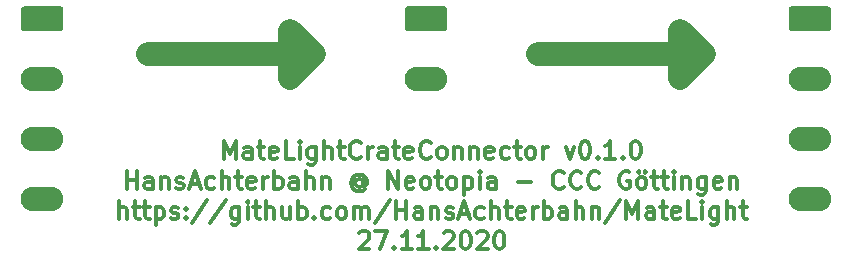
<source format=gbr>
G04 #@! TF.GenerationSoftware,KiCad,Pcbnew,5.0.2-bee76a0~70~ubuntu18.04.1*
G04 #@! TF.CreationDate,2020-11-30T21:54:16+01:00*
G04 #@! TF.ProjectId,MateLightCrateConnector,4d617465-4c69-4676-9874-437261746543,v0.1.0*
G04 #@! TF.SameCoordinates,Original*
G04 #@! TF.FileFunction,Copper,L1,Top*
G04 #@! TF.FilePolarity,Positive*
%FSLAX46Y46*%
G04 Gerber Fmt 4.6, Leading zero omitted, Abs format (unit mm)*
G04 Created by KiCad (PCBNEW 5.0.2-bee76a0~70~ubuntu18.04.1) date Mo 30 Nov 2020 21:54:16 CET*
%MOMM*%
%LPD*%
G01*
G04 APERTURE LIST*
G04 #@! TA.AperFunction,NonConductor*
%ADD10C,0.300000*%
G04 #@! TD*
G04 #@! TA.AperFunction,ComponentPad*
%ADD11O,3.600000X2.080000*%
G04 #@! TD*
G04 #@! TA.AperFunction,Conductor*
%ADD12C,0.100000*%
G04 #@! TD*
G04 #@! TA.AperFunction,ComponentPad*
%ADD13C,2.080000*%
G04 #@! TD*
G04 #@! TA.AperFunction,Conductor*
%ADD14C,2.000000*%
G04 #@! TD*
G04 APERTURE END LIST*
D10*
X112392857Y-110853571D02*
X112392857Y-109353571D01*
X112892857Y-110425000D01*
X113392857Y-109353571D01*
X113392857Y-110853571D01*
X114750000Y-110853571D02*
X114750000Y-110067857D01*
X114678571Y-109925000D01*
X114535714Y-109853571D01*
X114250000Y-109853571D01*
X114107142Y-109925000D01*
X114750000Y-110782142D02*
X114607142Y-110853571D01*
X114250000Y-110853571D01*
X114107142Y-110782142D01*
X114035714Y-110639285D01*
X114035714Y-110496428D01*
X114107142Y-110353571D01*
X114250000Y-110282142D01*
X114607142Y-110282142D01*
X114750000Y-110210714D01*
X115250000Y-109853571D02*
X115821428Y-109853571D01*
X115464285Y-109353571D02*
X115464285Y-110639285D01*
X115535714Y-110782142D01*
X115678571Y-110853571D01*
X115821428Y-110853571D01*
X116892857Y-110782142D02*
X116750000Y-110853571D01*
X116464285Y-110853571D01*
X116321428Y-110782142D01*
X116250000Y-110639285D01*
X116250000Y-110067857D01*
X116321428Y-109925000D01*
X116464285Y-109853571D01*
X116750000Y-109853571D01*
X116892857Y-109925000D01*
X116964285Y-110067857D01*
X116964285Y-110210714D01*
X116250000Y-110353571D01*
X118321428Y-110853571D02*
X117607142Y-110853571D01*
X117607142Y-109353571D01*
X118821428Y-110853571D02*
X118821428Y-109853571D01*
X118821428Y-109353571D02*
X118750000Y-109425000D01*
X118821428Y-109496428D01*
X118892857Y-109425000D01*
X118821428Y-109353571D01*
X118821428Y-109496428D01*
X120178571Y-109853571D02*
X120178571Y-111067857D01*
X120107142Y-111210714D01*
X120035714Y-111282142D01*
X119892857Y-111353571D01*
X119678571Y-111353571D01*
X119535714Y-111282142D01*
X120178571Y-110782142D02*
X120035714Y-110853571D01*
X119750000Y-110853571D01*
X119607142Y-110782142D01*
X119535714Y-110710714D01*
X119464285Y-110567857D01*
X119464285Y-110139285D01*
X119535714Y-109996428D01*
X119607142Y-109925000D01*
X119750000Y-109853571D01*
X120035714Y-109853571D01*
X120178571Y-109925000D01*
X120892857Y-110853571D02*
X120892857Y-109353571D01*
X121535714Y-110853571D02*
X121535714Y-110067857D01*
X121464285Y-109925000D01*
X121321428Y-109853571D01*
X121107142Y-109853571D01*
X120964285Y-109925000D01*
X120892857Y-109996428D01*
X122035714Y-109853571D02*
X122607142Y-109853571D01*
X122250000Y-109353571D02*
X122250000Y-110639285D01*
X122321428Y-110782142D01*
X122464285Y-110853571D01*
X122607142Y-110853571D01*
X123964285Y-110710714D02*
X123892857Y-110782142D01*
X123678571Y-110853571D01*
X123535714Y-110853571D01*
X123321428Y-110782142D01*
X123178571Y-110639285D01*
X123107142Y-110496428D01*
X123035714Y-110210714D01*
X123035714Y-109996428D01*
X123107142Y-109710714D01*
X123178571Y-109567857D01*
X123321428Y-109425000D01*
X123535714Y-109353571D01*
X123678571Y-109353571D01*
X123892857Y-109425000D01*
X123964285Y-109496428D01*
X124607142Y-110853571D02*
X124607142Y-109853571D01*
X124607142Y-110139285D02*
X124678571Y-109996428D01*
X124750000Y-109925000D01*
X124892857Y-109853571D01*
X125035714Y-109853571D01*
X126178571Y-110853571D02*
X126178571Y-110067857D01*
X126107142Y-109925000D01*
X125964285Y-109853571D01*
X125678571Y-109853571D01*
X125535714Y-109925000D01*
X126178571Y-110782142D02*
X126035714Y-110853571D01*
X125678571Y-110853571D01*
X125535714Y-110782142D01*
X125464285Y-110639285D01*
X125464285Y-110496428D01*
X125535714Y-110353571D01*
X125678571Y-110282142D01*
X126035714Y-110282142D01*
X126178571Y-110210714D01*
X126678571Y-109853571D02*
X127250000Y-109853571D01*
X126892857Y-109353571D02*
X126892857Y-110639285D01*
X126964285Y-110782142D01*
X127107142Y-110853571D01*
X127250000Y-110853571D01*
X128321428Y-110782142D02*
X128178571Y-110853571D01*
X127892857Y-110853571D01*
X127750000Y-110782142D01*
X127678571Y-110639285D01*
X127678571Y-110067857D01*
X127750000Y-109925000D01*
X127892857Y-109853571D01*
X128178571Y-109853571D01*
X128321428Y-109925000D01*
X128392857Y-110067857D01*
X128392857Y-110210714D01*
X127678571Y-110353571D01*
X129892857Y-110710714D02*
X129821428Y-110782142D01*
X129607142Y-110853571D01*
X129464285Y-110853571D01*
X129250000Y-110782142D01*
X129107142Y-110639285D01*
X129035714Y-110496428D01*
X128964285Y-110210714D01*
X128964285Y-109996428D01*
X129035714Y-109710714D01*
X129107142Y-109567857D01*
X129250000Y-109425000D01*
X129464285Y-109353571D01*
X129607142Y-109353571D01*
X129821428Y-109425000D01*
X129892857Y-109496428D01*
X130750000Y-110853571D02*
X130607142Y-110782142D01*
X130535714Y-110710714D01*
X130464285Y-110567857D01*
X130464285Y-110139285D01*
X130535714Y-109996428D01*
X130607142Y-109925000D01*
X130750000Y-109853571D01*
X130964285Y-109853571D01*
X131107142Y-109925000D01*
X131178571Y-109996428D01*
X131250000Y-110139285D01*
X131250000Y-110567857D01*
X131178571Y-110710714D01*
X131107142Y-110782142D01*
X130964285Y-110853571D01*
X130750000Y-110853571D01*
X131892857Y-109853571D02*
X131892857Y-110853571D01*
X131892857Y-109996428D02*
X131964285Y-109925000D01*
X132107142Y-109853571D01*
X132321428Y-109853571D01*
X132464285Y-109925000D01*
X132535714Y-110067857D01*
X132535714Y-110853571D01*
X133250000Y-109853571D02*
X133250000Y-110853571D01*
X133250000Y-109996428D02*
X133321428Y-109925000D01*
X133464285Y-109853571D01*
X133678571Y-109853571D01*
X133821428Y-109925000D01*
X133892857Y-110067857D01*
X133892857Y-110853571D01*
X135178571Y-110782142D02*
X135035714Y-110853571D01*
X134750000Y-110853571D01*
X134607142Y-110782142D01*
X134535714Y-110639285D01*
X134535714Y-110067857D01*
X134607142Y-109925000D01*
X134750000Y-109853571D01*
X135035714Y-109853571D01*
X135178571Y-109925000D01*
X135250000Y-110067857D01*
X135250000Y-110210714D01*
X134535714Y-110353571D01*
X136535714Y-110782142D02*
X136392857Y-110853571D01*
X136107142Y-110853571D01*
X135964285Y-110782142D01*
X135892857Y-110710714D01*
X135821428Y-110567857D01*
X135821428Y-110139285D01*
X135892857Y-109996428D01*
X135964285Y-109925000D01*
X136107142Y-109853571D01*
X136392857Y-109853571D01*
X136535714Y-109925000D01*
X136964285Y-109853571D02*
X137535714Y-109853571D01*
X137178571Y-109353571D02*
X137178571Y-110639285D01*
X137250000Y-110782142D01*
X137392857Y-110853571D01*
X137535714Y-110853571D01*
X138250000Y-110853571D02*
X138107142Y-110782142D01*
X138035714Y-110710714D01*
X137964285Y-110567857D01*
X137964285Y-110139285D01*
X138035714Y-109996428D01*
X138107142Y-109925000D01*
X138250000Y-109853571D01*
X138464285Y-109853571D01*
X138607142Y-109925000D01*
X138678571Y-109996428D01*
X138750000Y-110139285D01*
X138750000Y-110567857D01*
X138678571Y-110710714D01*
X138607142Y-110782142D01*
X138464285Y-110853571D01*
X138250000Y-110853571D01*
X139392857Y-110853571D02*
X139392857Y-109853571D01*
X139392857Y-110139285D02*
X139464285Y-109996428D01*
X139535714Y-109925000D01*
X139678571Y-109853571D01*
X139821428Y-109853571D01*
X141321428Y-109853571D02*
X141678571Y-110853571D01*
X142035714Y-109853571D01*
X142892857Y-109353571D02*
X143035714Y-109353571D01*
X143178571Y-109425000D01*
X143250000Y-109496428D01*
X143321428Y-109639285D01*
X143392857Y-109925000D01*
X143392857Y-110282142D01*
X143321428Y-110567857D01*
X143250000Y-110710714D01*
X143178571Y-110782142D01*
X143035714Y-110853571D01*
X142892857Y-110853571D01*
X142750000Y-110782142D01*
X142678571Y-110710714D01*
X142607142Y-110567857D01*
X142535714Y-110282142D01*
X142535714Y-109925000D01*
X142607142Y-109639285D01*
X142678571Y-109496428D01*
X142750000Y-109425000D01*
X142892857Y-109353571D01*
X144035714Y-110710714D02*
X144107142Y-110782142D01*
X144035714Y-110853571D01*
X143964285Y-110782142D01*
X144035714Y-110710714D01*
X144035714Y-110853571D01*
X145535714Y-110853571D02*
X144678571Y-110853571D01*
X145107142Y-110853571D02*
X145107142Y-109353571D01*
X144964285Y-109567857D01*
X144821428Y-109710714D01*
X144678571Y-109782142D01*
X146178571Y-110710714D02*
X146250000Y-110782142D01*
X146178571Y-110853571D01*
X146107142Y-110782142D01*
X146178571Y-110710714D01*
X146178571Y-110853571D01*
X147178571Y-109353571D02*
X147321428Y-109353571D01*
X147464285Y-109425000D01*
X147535714Y-109496428D01*
X147607142Y-109639285D01*
X147678571Y-109925000D01*
X147678571Y-110282142D01*
X147607142Y-110567857D01*
X147535714Y-110710714D01*
X147464285Y-110782142D01*
X147321428Y-110853571D01*
X147178571Y-110853571D01*
X147035714Y-110782142D01*
X146964285Y-110710714D01*
X146892857Y-110567857D01*
X146821428Y-110282142D01*
X146821428Y-109925000D01*
X146892857Y-109639285D01*
X146964285Y-109496428D01*
X147035714Y-109425000D01*
X147178571Y-109353571D01*
X104142857Y-113403571D02*
X104142857Y-111903571D01*
X104142857Y-112617857D02*
X105000000Y-112617857D01*
X105000000Y-113403571D02*
X105000000Y-111903571D01*
X106357142Y-113403571D02*
X106357142Y-112617857D01*
X106285714Y-112475000D01*
X106142857Y-112403571D01*
X105857142Y-112403571D01*
X105714285Y-112475000D01*
X106357142Y-113332142D02*
X106214285Y-113403571D01*
X105857142Y-113403571D01*
X105714285Y-113332142D01*
X105642857Y-113189285D01*
X105642857Y-113046428D01*
X105714285Y-112903571D01*
X105857142Y-112832142D01*
X106214285Y-112832142D01*
X106357142Y-112760714D01*
X107071428Y-112403571D02*
X107071428Y-113403571D01*
X107071428Y-112546428D02*
X107142857Y-112475000D01*
X107285714Y-112403571D01*
X107500000Y-112403571D01*
X107642857Y-112475000D01*
X107714285Y-112617857D01*
X107714285Y-113403571D01*
X108357142Y-113332142D02*
X108500000Y-113403571D01*
X108785714Y-113403571D01*
X108928571Y-113332142D01*
X109000000Y-113189285D01*
X109000000Y-113117857D01*
X108928571Y-112975000D01*
X108785714Y-112903571D01*
X108571428Y-112903571D01*
X108428571Y-112832142D01*
X108357142Y-112689285D01*
X108357142Y-112617857D01*
X108428571Y-112475000D01*
X108571428Y-112403571D01*
X108785714Y-112403571D01*
X108928571Y-112475000D01*
X109571428Y-112975000D02*
X110285714Y-112975000D01*
X109428571Y-113403571D02*
X109928571Y-111903571D01*
X110428571Y-113403571D01*
X111571428Y-113332142D02*
X111428571Y-113403571D01*
X111142857Y-113403571D01*
X111000000Y-113332142D01*
X110928571Y-113260714D01*
X110857142Y-113117857D01*
X110857142Y-112689285D01*
X110928571Y-112546428D01*
X111000000Y-112475000D01*
X111142857Y-112403571D01*
X111428571Y-112403571D01*
X111571428Y-112475000D01*
X112214285Y-113403571D02*
X112214285Y-111903571D01*
X112857142Y-113403571D02*
X112857142Y-112617857D01*
X112785714Y-112475000D01*
X112642857Y-112403571D01*
X112428571Y-112403571D01*
X112285714Y-112475000D01*
X112214285Y-112546428D01*
X113357142Y-112403571D02*
X113928571Y-112403571D01*
X113571428Y-111903571D02*
X113571428Y-113189285D01*
X113642857Y-113332142D01*
X113785714Y-113403571D01*
X113928571Y-113403571D01*
X115000000Y-113332142D02*
X114857142Y-113403571D01*
X114571428Y-113403571D01*
X114428571Y-113332142D01*
X114357142Y-113189285D01*
X114357142Y-112617857D01*
X114428571Y-112475000D01*
X114571428Y-112403571D01*
X114857142Y-112403571D01*
X115000000Y-112475000D01*
X115071428Y-112617857D01*
X115071428Y-112760714D01*
X114357142Y-112903571D01*
X115714285Y-113403571D02*
X115714285Y-112403571D01*
X115714285Y-112689285D02*
X115785714Y-112546428D01*
X115857142Y-112475000D01*
X116000000Y-112403571D01*
X116142857Y-112403571D01*
X116642857Y-113403571D02*
X116642857Y-111903571D01*
X116642857Y-112475000D02*
X116785714Y-112403571D01*
X117071428Y-112403571D01*
X117214285Y-112475000D01*
X117285714Y-112546428D01*
X117357142Y-112689285D01*
X117357142Y-113117857D01*
X117285714Y-113260714D01*
X117214285Y-113332142D01*
X117071428Y-113403571D01*
X116785714Y-113403571D01*
X116642857Y-113332142D01*
X118642857Y-113403571D02*
X118642857Y-112617857D01*
X118571428Y-112475000D01*
X118428571Y-112403571D01*
X118142857Y-112403571D01*
X118000000Y-112475000D01*
X118642857Y-113332142D02*
X118500000Y-113403571D01*
X118142857Y-113403571D01*
X118000000Y-113332142D01*
X117928571Y-113189285D01*
X117928571Y-113046428D01*
X118000000Y-112903571D01*
X118142857Y-112832142D01*
X118500000Y-112832142D01*
X118642857Y-112760714D01*
X119357142Y-113403571D02*
X119357142Y-111903571D01*
X120000000Y-113403571D02*
X120000000Y-112617857D01*
X119928571Y-112475000D01*
X119785714Y-112403571D01*
X119571428Y-112403571D01*
X119428571Y-112475000D01*
X119357142Y-112546428D01*
X120714285Y-112403571D02*
X120714285Y-113403571D01*
X120714285Y-112546428D02*
X120785714Y-112475000D01*
X120928571Y-112403571D01*
X121142857Y-112403571D01*
X121285714Y-112475000D01*
X121357142Y-112617857D01*
X121357142Y-113403571D01*
X124142857Y-112689285D02*
X124071428Y-112617857D01*
X123928571Y-112546428D01*
X123785714Y-112546428D01*
X123642857Y-112617857D01*
X123571428Y-112689285D01*
X123500000Y-112832142D01*
X123500000Y-112975000D01*
X123571428Y-113117857D01*
X123642857Y-113189285D01*
X123785714Y-113260714D01*
X123928571Y-113260714D01*
X124071428Y-113189285D01*
X124142857Y-113117857D01*
X124142857Y-112546428D02*
X124142857Y-113117857D01*
X124214285Y-113189285D01*
X124285714Y-113189285D01*
X124428571Y-113117857D01*
X124500000Y-112975000D01*
X124500000Y-112617857D01*
X124357142Y-112403571D01*
X124142857Y-112260714D01*
X123857142Y-112189285D01*
X123571428Y-112260714D01*
X123357142Y-112403571D01*
X123214285Y-112617857D01*
X123142857Y-112903571D01*
X123214285Y-113189285D01*
X123357142Y-113403571D01*
X123571428Y-113546428D01*
X123857142Y-113617857D01*
X124142857Y-113546428D01*
X124357142Y-113403571D01*
X126285714Y-113403571D02*
X126285714Y-111903571D01*
X127142857Y-113403571D01*
X127142857Y-111903571D01*
X128428571Y-113332142D02*
X128285714Y-113403571D01*
X128000000Y-113403571D01*
X127857142Y-113332142D01*
X127785714Y-113189285D01*
X127785714Y-112617857D01*
X127857142Y-112475000D01*
X128000000Y-112403571D01*
X128285714Y-112403571D01*
X128428571Y-112475000D01*
X128500000Y-112617857D01*
X128500000Y-112760714D01*
X127785714Y-112903571D01*
X129357142Y-113403571D02*
X129214285Y-113332142D01*
X129142857Y-113260714D01*
X129071428Y-113117857D01*
X129071428Y-112689285D01*
X129142857Y-112546428D01*
X129214285Y-112475000D01*
X129357142Y-112403571D01*
X129571428Y-112403571D01*
X129714285Y-112475000D01*
X129785714Y-112546428D01*
X129857142Y-112689285D01*
X129857142Y-113117857D01*
X129785714Y-113260714D01*
X129714285Y-113332142D01*
X129571428Y-113403571D01*
X129357142Y-113403571D01*
X130285714Y-112403571D02*
X130857142Y-112403571D01*
X130500000Y-111903571D02*
X130500000Y-113189285D01*
X130571428Y-113332142D01*
X130714285Y-113403571D01*
X130857142Y-113403571D01*
X131571428Y-113403571D02*
X131428571Y-113332142D01*
X131357142Y-113260714D01*
X131285714Y-113117857D01*
X131285714Y-112689285D01*
X131357142Y-112546428D01*
X131428571Y-112475000D01*
X131571428Y-112403571D01*
X131785714Y-112403571D01*
X131928571Y-112475000D01*
X132000000Y-112546428D01*
X132071428Y-112689285D01*
X132071428Y-113117857D01*
X132000000Y-113260714D01*
X131928571Y-113332142D01*
X131785714Y-113403571D01*
X131571428Y-113403571D01*
X132714285Y-112403571D02*
X132714285Y-113903571D01*
X132714285Y-112475000D02*
X132857142Y-112403571D01*
X133142857Y-112403571D01*
X133285714Y-112475000D01*
X133357142Y-112546428D01*
X133428571Y-112689285D01*
X133428571Y-113117857D01*
X133357142Y-113260714D01*
X133285714Y-113332142D01*
X133142857Y-113403571D01*
X132857142Y-113403571D01*
X132714285Y-113332142D01*
X134071428Y-113403571D02*
X134071428Y-112403571D01*
X134071428Y-111903571D02*
X134000000Y-111975000D01*
X134071428Y-112046428D01*
X134142857Y-111975000D01*
X134071428Y-111903571D01*
X134071428Y-112046428D01*
X135428571Y-113403571D02*
X135428571Y-112617857D01*
X135357142Y-112475000D01*
X135214285Y-112403571D01*
X134928571Y-112403571D01*
X134785714Y-112475000D01*
X135428571Y-113332142D02*
X135285714Y-113403571D01*
X134928571Y-113403571D01*
X134785714Y-113332142D01*
X134714285Y-113189285D01*
X134714285Y-113046428D01*
X134785714Y-112903571D01*
X134928571Y-112832142D01*
X135285714Y-112832142D01*
X135428571Y-112760714D01*
X137285714Y-112832142D02*
X138428571Y-112832142D01*
X141142857Y-113260714D02*
X141071428Y-113332142D01*
X140857142Y-113403571D01*
X140714285Y-113403571D01*
X140500000Y-113332142D01*
X140357142Y-113189285D01*
X140285714Y-113046428D01*
X140214285Y-112760714D01*
X140214285Y-112546428D01*
X140285714Y-112260714D01*
X140357142Y-112117857D01*
X140500000Y-111975000D01*
X140714285Y-111903571D01*
X140857142Y-111903571D01*
X141071428Y-111975000D01*
X141142857Y-112046428D01*
X142642857Y-113260714D02*
X142571428Y-113332142D01*
X142357142Y-113403571D01*
X142214285Y-113403571D01*
X142000000Y-113332142D01*
X141857142Y-113189285D01*
X141785714Y-113046428D01*
X141714285Y-112760714D01*
X141714285Y-112546428D01*
X141785714Y-112260714D01*
X141857142Y-112117857D01*
X142000000Y-111975000D01*
X142214285Y-111903571D01*
X142357142Y-111903571D01*
X142571428Y-111975000D01*
X142642857Y-112046428D01*
X144142857Y-113260714D02*
X144071428Y-113332142D01*
X143857142Y-113403571D01*
X143714285Y-113403571D01*
X143500000Y-113332142D01*
X143357142Y-113189285D01*
X143285714Y-113046428D01*
X143214285Y-112760714D01*
X143214285Y-112546428D01*
X143285714Y-112260714D01*
X143357142Y-112117857D01*
X143500000Y-111975000D01*
X143714285Y-111903571D01*
X143857142Y-111903571D01*
X144071428Y-111975000D01*
X144142857Y-112046428D01*
X146714285Y-111975000D02*
X146571428Y-111903571D01*
X146357142Y-111903571D01*
X146142857Y-111975000D01*
X146000000Y-112117857D01*
X145928571Y-112260714D01*
X145857142Y-112546428D01*
X145857142Y-112760714D01*
X145928571Y-113046428D01*
X146000000Y-113189285D01*
X146142857Y-113332142D01*
X146357142Y-113403571D01*
X146500000Y-113403571D01*
X146714285Y-113332142D01*
X146785714Y-113260714D01*
X146785714Y-112760714D01*
X146500000Y-112760714D01*
X147642857Y-113403571D02*
X147500000Y-113332142D01*
X147428571Y-113260714D01*
X147357142Y-113117857D01*
X147357142Y-112689285D01*
X147428571Y-112546428D01*
X147500000Y-112475000D01*
X147642857Y-112403571D01*
X147857142Y-112403571D01*
X148000000Y-112475000D01*
X148071428Y-112546428D01*
X148142857Y-112689285D01*
X148142857Y-113117857D01*
X148071428Y-113260714D01*
X148000000Y-113332142D01*
X147857142Y-113403571D01*
X147642857Y-113403571D01*
X147500000Y-111903571D02*
X147571428Y-111975000D01*
X147500000Y-112046428D01*
X147428571Y-111975000D01*
X147500000Y-111903571D01*
X147500000Y-112046428D01*
X148071428Y-111903571D02*
X148142857Y-111975000D01*
X148071428Y-112046428D01*
X148000000Y-111975000D01*
X148071428Y-111903571D01*
X148071428Y-112046428D01*
X148571428Y-112403571D02*
X149142857Y-112403571D01*
X148785714Y-111903571D02*
X148785714Y-113189285D01*
X148857142Y-113332142D01*
X149000000Y-113403571D01*
X149142857Y-113403571D01*
X149428571Y-112403571D02*
X150000000Y-112403571D01*
X149642857Y-111903571D02*
X149642857Y-113189285D01*
X149714285Y-113332142D01*
X149857142Y-113403571D01*
X150000000Y-113403571D01*
X150500000Y-113403571D02*
X150500000Y-112403571D01*
X150500000Y-111903571D02*
X150428571Y-111975000D01*
X150500000Y-112046428D01*
X150571428Y-111975000D01*
X150500000Y-111903571D01*
X150500000Y-112046428D01*
X151214285Y-112403571D02*
X151214285Y-113403571D01*
X151214285Y-112546428D02*
X151285714Y-112475000D01*
X151428571Y-112403571D01*
X151642857Y-112403571D01*
X151785714Y-112475000D01*
X151857142Y-112617857D01*
X151857142Y-113403571D01*
X153214285Y-112403571D02*
X153214285Y-113617857D01*
X153142857Y-113760714D01*
X153071428Y-113832142D01*
X152928571Y-113903571D01*
X152714285Y-113903571D01*
X152571428Y-113832142D01*
X153214285Y-113332142D02*
X153071428Y-113403571D01*
X152785714Y-113403571D01*
X152642857Y-113332142D01*
X152571428Y-113260714D01*
X152500000Y-113117857D01*
X152500000Y-112689285D01*
X152571428Y-112546428D01*
X152642857Y-112475000D01*
X152785714Y-112403571D01*
X153071428Y-112403571D01*
X153214285Y-112475000D01*
X154500000Y-113332142D02*
X154357142Y-113403571D01*
X154071428Y-113403571D01*
X153928571Y-113332142D01*
X153857142Y-113189285D01*
X153857142Y-112617857D01*
X153928571Y-112475000D01*
X154071428Y-112403571D01*
X154357142Y-112403571D01*
X154500000Y-112475000D01*
X154571428Y-112617857D01*
X154571428Y-112760714D01*
X153857142Y-112903571D01*
X155214285Y-112403571D02*
X155214285Y-113403571D01*
X155214285Y-112546428D02*
X155285714Y-112475000D01*
X155428571Y-112403571D01*
X155642857Y-112403571D01*
X155785714Y-112475000D01*
X155857142Y-112617857D01*
X155857142Y-113403571D01*
X103535714Y-115953571D02*
X103535714Y-114453571D01*
X104178571Y-115953571D02*
X104178571Y-115167857D01*
X104107142Y-115025000D01*
X103964285Y-114953571D01*
X103750000Y-114953571D01*
X103607142Y-115025000D01*
X103535714Y-115096428D01*
X104678571Y-114953571D02*
X105250000Y-114953571D01*
X104892857Y-114453571D02*
X104892857Y-115739285D01*
X104964285Y-115882142D01*
X105107142Y-115953571D01*
X105250000Y-115953571D01*
X105535714Y-114953571D02*
X106107142Y-114953571D01*
X105750000Y-114453571D02*
X105750000Y-115739285D01*
X105821428Y-115882142D01*
X105964285Y-115953571D01*
X106107142Y-115953571D01*
X106607142Y-114953571D02*
X106607142Y-116453571D01*
X106607142Y-115025000D02*
X106750000Y-114953571D01*
X107035714Y-114953571D01*
X107178571Y-115025000D01*
X107250000Y-115096428D01*
X107321428Y-115239285D01*
X107321428Y-115667857D01*
X107250000Y-115810714D01*
X107178571Y-115882142D01*
X107035714Y-115953571D01*
X106750000Y-115953571D01*
X106607142Y-115882142D01*
X107892857Y-115882142D02*
X108035714Y-115953571D01*
X108321428Y-115953571D01*
X108464285Y-115882142D01*
X108535714Y-115739285D01*
X108535714Y-115667857D01*
X108464285Y-115525000D01*
X108321428Y-115453571D01*
X108107142Y-115453571D01*
X107964285Y-115382142D01*
X107892857Y-115239285D01*
X107892857Y-115167857D01*
X107964285Y-115025000D01*
X108107142Y-114953571D01*
X108321428Y-114953571D01*
X108464285Y-115025000D01*
X109178571Y-115810714D02*
X109250000Y-115882142D01*
X109178571Y-115953571D01*
X109107142Y-115882142D01*
X109178571Y-115810714D01*
X109178571Y-115953571D01*
X109178571Y-115025000D02*
X109250000Y-115096428D01*
X109178571Y-115167857D01*
X109107142Y-115096428D01*
X109178571Y-115025000D01*
X109178571Y-115167857D01*
X110964285Y-114382142D02*
X109678571Y-116310714D01*
X112535714Y-114382142D02*
X111250000Y-116310714D01*
X113678571Y-114953571D02*
X113678571Y-116167857D01*
X113607142Y-116310714D01*
X113535714Y-116382142D01*
X113392857Y-116453571D01*
X113178571Y-116453571D01*
X113035714Y-116382142D01*
X113678571Y-115882142D02*
X113535714Y-115953571D01*
X113250000Y-115953571D01*
X113107142Y-115882142D01*
X113035714Y-115810714D01*
X112964285Y-115667857D01*
X112964285Y-115239285D01*
X113035714Y-115096428D01*
X113107142Y-115025000D01*
X113250000Y-114953571D01*
X113535714Y-114953571D01*
X113678571Y-115025000D01*
X114392857Y-115953571D02*
X114392857Y-114953571D01*
X114392857Y-114453571D02*
X114321428Y-114525000D01*
X114392857Y-114596428D01*
X114464285Y-114525000D01*
X114392857Y-114453571D01*
X114392857Y-114596428D01*
X114892857Y-114953571D02*
X115464285Y-114953571D01*
X115107142Y-114453571D02*
X115107142Y-115739285D01*
X115178571Y-115882142D01*
X115321428Y-115953571D01*
X115464285Y-115953571D01*
X115964285Y-115953571D02*
X115964285Y-114453571D01*
X116607142Y-115953571D02*
X116607142Y-115167857D01*
X116535714Y-115025000D01*
X116392857Y-114953571D01*
X116178571Y-114953571D01*
X116035714Y-115025000D01*
X115964285Y-115096428D01*
X117964285Y-114953571D02*
X117964285Y-115953571D01*
X117321428Y-114953571D02*
X117321428Y-115739285D01*
X117392857Y-115882142D01*
X117535714Y-115953571D01*
X117750000Y-115953571D01*
X117892857Y-115882142D01*
X117964285Y-115810714D01*
X118678571Y-115953571D02*
X118678571Y-114453571D01*
X118678571Y-115025000D02*
X118821428Y-114953571D01*
X119107142Y-114953571D01*
X119250000Y-115025000D01*
X119321428Y-115096428D01*
X119392857Y-115239285D01*
X119392857Y-115667857D01*
X119321428Y-115810714D01*
X119250000Y-115882142D01*
X119107142Y-115953571D01*
X118821428Y-115953571D01*
X118678571Y-115882142D01*
X120035714Y-115810714D02*
X120107142Y-115882142D01*
X120035714Y-115953571D01*
X119964285Y-115882142D01*
X120035714Y-115810714D01*
X120035714Y-115953571D01*
X121392857Y-115882142D02*
X121250000Y-115953571D01*
X120964285Y-115953571D01*
X120821428Y-115882142D01*
X120750000Y-115810714D01*
X120678571Y-115667857D01*
X120678571Y-115239285D01*
X120750000Y-115096428D01*
X120821428Y-115025000D01*
X120964285Y-114953571D01*
X121250000Y-114953571D01*
X121392857Y-115025000D01*
X122250000Y-115953571D02*
X122107142Y-115882142D01*
X122035714Y-115810714D01*
X121964285Y-115667857D01*
X121964285Y-115239285D01*
X122035714Y-115096428D01*
X122107142Y-115025000D01*
X122250000Y-114953571D01*
X122464285Y-114953571D01*
X122607142Y-115025000D01*
X122678571Y-115096428D01*
X122750000Y-115239285D01*
X122750000Y-115667857D01*
X122678571Y-115810714D01*
X122607142Y-115882142D01*
X122464285Y-115953571D01*
X122250000Y-115953571D01*
X123392857Y-115953571D02*
X123392857Y-114953571D01*
X123392857Y-115096428D02*
X123464285Y-115025000D01*
X123607142Y-114953571D01*
X123821428Y-114953571D01*
X123964285Y-115025000D01*
X124035714Y-115167857D01*
X124035714Y-115953571D01*
X124035714Y-115167857D02*
X124107142Y-115025000D01*
X124250000Y-114953571D01*
X124464285Y-114953571D01*
X124607142Y-115025000D01*
X124678571Y-115167857D01*
X124678571Y-115953571D01*
X126464285Y-114382142D02*
X125178571Y-116310714D01*
X126964285Y-115953571D02*
X126964285Y-114453571D01*
X126964285Y-115167857D02*
X127821428Y-115167857D01*
X127821428Y-115953571D02*
X127821428Y-114453571D01*
X129178571Y-115953571D02*
X129178571Y-115167857D01*
X129107142Y-115025000D01*
X128964285Y-114953571D01*
X128678571Y-114953571D01*
X128535714Y-115025000D01*
X129178571Y-115882142D02*
X129035714Y-115953571D01*
X128678571Y-115953571D01*
X128535714Y-115882142D01*
X128464285Y-115739285D01*
X128464285Y-115596428D01*
X128535714Y-115453571D01*
X128678571Y-115382142D01*
X129035714Y-115382142D01*
X129178571Y-115310714D01*
X129892857Y-114953571D02*
X129892857Y-115953571D01*
X129892857Y-115096428D02*
X129964285Y-115025000D01*
X130107142Y-114953571D01*
X130321428Y-114953571D01*
X130464285Y-115025000D01*
X130535714Y-115167857D01*
X130535714Y-115953571D01*
X131178571Y-115882142D02*
X131321428Y-115953571D01*
X131607142Y-115953571D01*
X131750000Y-115882142D01*
X131821428Y-115739285D01*
X131821428Y-115667857D01*
X131750000Y-115525000D01*
X131607142Y-115453571D01*
X131392857Y-115453571D01*
X131250000Y-115382142D01*
X131178571Y-115239285D01*
X131178571Y-115167857D01*
X131250000Y-115025000D01*
X131392857Y-114953571D01*
X131607142Y-114953571D01*
X131750000Y-115025000D01*
X132392857Y-115525000D02*
X133107142Y-115525000D01*
X132250000Y-115953571D02*
X132750000Y-114453571D01*
X133250000Y-115953571D01*
X134392857Y-115882142D02*
X134250000Y-115953571D01*
X133964285Y-115953571D01*
X133821428Y-115882142D01*
X133750000Y-115810714D01*
X133678571Y-115667857D01*
X133678571Y-115239285D01*
X133750000Y-115096428D01*
X133821428Y-115025000D01*
X133964285Y-114953571D01*
X134250000Y-114953571D01*
X134392857Y-115025000D01*
X135035714Y-115953571D02*
X135035714Y-114453571D01*
X135678571Y-115953571D02*
X135678571Y-115167857D01*
X135607142Y-115025000D01*
X135464285Y-114953571D01*
X135250000Y-114953571D01*
X135107142Y-115025000D01*
X135035714Y-115096428D01*
X136178571Y-114953571D02*
X136750000Y-114953571D01*
X136392857Y-114453571D02*
X136392857Y-115739285D01*
X136464285Y-115882142D01*
X136607142Y-115953571D01*
X136750000Y-115953571D01*
X137821428Y-115882142D02*
X137678571Y-115953571D01*
X137392857Y-115953571D01*
X137250000Y-115882142D01*
X137178571Y-115739285D01*
X137178571Y-115167857D01*
X137250000Y-115025000D01*
X137392857Y-114953571D01*
X137678571Y-114953571D01*
X137821428Y-115025000D01*
X137892857Y-115167857D01*
X137892857Y-115310714D01*
X137178571Y-115453571D01*
X138535714Y-115953571D02*
X138535714Y-114953571D01*
X138535714Y-115239285D02*
X138607142Y-115096428D01*
X138678571Y-115025000D01*
X138821428Y-114953571D01*
X138964285Y-114953571D01*
X139464285Y-115953571D02*
X139464285Y-114453571D01*
X139464285Y-115025000D02*
X139607142Y-114953571D01*
X139892857Y-114953571D01*
X140035714Y-115025000D01*
X140107142Y-115096428D01*
X140178571Y-115239285D01*
X140178571Y-115667857D01*
X140107142Y-115810714D01*
X140035714Y-115882142D01*
X139892857Y-115953571D01*
X139607142Y-115953571D01*
X139464285Y-115882142D01*
X141464285Y-115953571D02*
X141464285Y-115167857D01*
X141392857Y-115025000D01*
X141250000Y-114953571D01*
X140964285Y-114953571D01*
X140821428Y-115025000D01*
X141464285Y-115882142D02*
X141321428Y-115953571D01*
X140964285Y-115953571D01*
X140821428Y-115882142D01*
X140750000Y-115739285D01*
X140750000Y-115596428D01*
X140821428Y-115453571D01*
X140964285Y-115382142D01*
X141321428Y-115382142D01*
X141464285Y-115310714D01*
X142178571Y-115953571D02*
X142178571Y-114453571D01*
X142821428Y-115953571D02*
X142821428Y-115167857D01*
X142750000Y-115025000D01*
X142607142Y-114953571D01*
X142392857Y-114953571D01*
X142250000Y-115025000D01*
X142178571Y-115096428D01*
X143535714Y-114953571D02*
X143535714Y-115953571D01*
X143535714Y-115096428D02*
X143607142Y-115025000D01*
X143750000Y-114953571D01*
X143964285Y-114953571D01*
X144107142Y-115025000D01*
X144178571Y-115167857D01*
X144178571Y-115953571D01*
X145964285Y-114382142D02*
X144678571Y-116310714D01*
X146464285Y-115953571D02*
X146464285Y-114453571D01*
X146964285Y-115525000D01*
X147464285Y-114453571D01*
X147464285Y-115953571D01*
X148821428Y-115953571D02*
X148821428Y-115167857D01*
X148750000Y-115025000D01*
X148607142Y-114953571D01*
X148321428Y-114953571D01*
X148178571Y-115025000D01*
X148821428Y-115882142D02*
X148678571Y-115953571D01*
X148321428Y-115953571D01*
X148178571Y-115882142D01*
X148107142Y-115739285D01*
X148107142Y-115596428D01*
X148178571Y-115453571D01*
X148321428Y-115382142D01*
X148678571Y-115382142D01*
X148821428Y-115310714D01*
X149321428Y-114953571D02*
X149892857Y-114953571D01*
X149535714Y-114453571D02*
X149535714Y-115739285D01*
X149607142Y-115882142D01*
X149750000Y-115953571D01*
X149892857Y-115953571D01*
X150964285Y-115882142D02*
X150821428Y-115953571D01*
X150535714Y-115953571D01*
X150392857Y-115882142D01*
X150321428Y-115739285D01*
X150321428Y-115167857D01*
X150392857Y-115025000D01*
X150535714Y-114953571D01*
X150821428Y-114953571D01*
X150964285Y-115025000D01*
X151035714Y-115167857D01*
X151035714Y-115310714D01*
X150321428Y-115453571D01*
X152392857Y-115953571D02*
X151678571Y-115953571D01*
X151678571Y-114453571D01*
X152892857Y-115953571D02*
X152892857Y-114953571D01*
X152892857Y-114453571D02*
X152821428Y-114525000D01*
X152892857Y-114596428D01*
X152964285Y-114525000D01*
X152892857Y-114453571D01*
X152892857Y-114596428D01*
X154250000Y-114953571D02*
X154250000Y-116167857D01*
X154178571Y-116310714D01*
X154107142Y-116382142D01*
X153964285Y-116453571D01*
X153750000Y-116453571D01*
X153607142Y-116382142D01*
X154250000Y-115882142D02*
X154107142Y-115953571D01*
X153821428Y-115953571D01*
X153678571Y-115882142D01*
X153607142Y-115810714D01*
X153535714Y-115667857D01*
X153535714Y-115239285D01*
X153607142Y-115096428D01*
X153678571Y-115025000D01*
X153821428Y-114953571D01*
X154107142Y-114953571D01*
X154250000Y-115025000D01*
X154964285Y-115953571D02*
X154964285Y-114453571D01*
X155607142Y-115953571D02*
X155607142Y-115167857D01*
X155535714Y-115025000D01*
X155392857Y-114953571D01*
X155178571Y-114953571D01*
X155035714Y-115025000D01*
X154964285Y-115096428D01*
X156107142Y-114953571D02*
X156678571Y-114953571D01*
X156321428Y-114453571D02*
X156321428Y-115739285D01*
X156392857Y-115882142D01*
X156535714Y-115953571D01*
X156678571Y-115953571D01*
X123857142Y-117146428D02*
X123928571Y-117075000D01*
X124071428Y-117003571D01*
X124428571Y-117003571D01*
X124571428Y-117075000D01*
X124642857Y-117146428D01*
X124714285Y-117289285D01*
X124714285Y-117432142D01*
X124642857Y-117646428D01*
X123785714Y-118503571D01*
X124714285Y-118503571D01*
X125214285Y-117003571D02*
X126214285Y-117003571D01*
X125571428Y-118503571D01*
X126785714Y-118360714D02*
X126857142Y-118432142D01*
X126785714Y-118503571D01*
X126714285Y-118432142D01*
X126785714Y-118360714D01*
X126785714Y-118503571D01*
X128285714Y-118503571D02*
X127428571Y-118503571D01*
X127857142Y-118503571D02*
X127857142Y-117003571D01*
X127714285Y-117217857D01*
X127571428Y-117360714D01*
X127428571Y-117432142D01*
X129714285Y-118503571D02*
X128857142Y-118503571D01*
X129285714Y-118503571D02*
X129285714Y-117003571D01*
X129142857Y-117217857D01*
X129000000Y-117360714D01*
X128857142Y-117432142D01*
X130357142Y-118360714D02*
X130428571Y-118432142D01*
X130357142Y-118503571D01*
X130285714Y-118432142D01*
X130357142Y-118360714D01*
X130357142Y-118503571D01*
X131000000Y-117146428D02*
X131071428Y-117075000D01*
X131214285Y-117003571D01*
X131571428Y-117003571D01*
X131714285Y-117075000D01*
X131785714Y-117146428D01*
X131857142Y-117289285D01*
X131857142Y-117432142D01*
X131785714Y-117646428D01*
X130928571Y-118503571D01*
X131857142Y-118503571D01*
X132785714Y-117003571D02*
X132928571Y-117003571D01*
X133071428Y-117075000D01*
X133142857Y-117146428D01*
X133214285Y-117289285D01*
X133285714Y-117575000D01*
X133285714Y-117932142D01*
X133214285Y-118217857D01*
X133142857Y-118360714D01*
X133071428Y-118432142D01*
X132928571Y-118503571D01*
X132785714Y-118503571D01*
X132642857Y-118432142D01*
X132571428Y-118360714D01*
X132500000Y-118217857D01*
X132428571Y-117932142D01*
X132428571Y-117575000D01*
X132500000Y-117289285D01*
X132571428Y-117146428D01*
X132642857Y-117075000D01*
X132785714Y-117003571D01*
X133857142Y-117146428D02*
X133928571Y-117075000D01*
X134071428Y-117003571D01*
X134428571Y-117003571D01*
X134571428Y-117075000D01*
X134642857Y-117146428D01*
X134714285Y-117289285D01*
X134714285Y-117432142D01*
X134642857Y-117646428D01*
X133785714Y-118503571D01*
X134714285Y-118503571D01*
X135642857Y-117003571D02*
X135785714Y-117003571D01*
X135928571Y-117075000D01*
X136000000Y-117146428D01*
X136071428Y-117289285D01*
X136142857Y-117575000D01*
X136142857Y-117932142D01*
X136071428Y-118217857D01*
X136000000Y-118360714D01*
X135928571Y-118432142D01*
X135785714Y-118503571D01*
X135642857Y-118503571D01*
X135500000Y-118432142D01*
X135428571Y-118360714D01*
X135357142Y-118217857D01*
X135285714Y-117932142D01*
X135285714Y-117575000D01*
X135357142Y-117289285D01*
X135428571Y-117146428D01*
X135500000Y-117075000D01*
X135642857Y-117003571D01*
D11*
G04 #@! TO.P,J1,4*
G04 #@! TO.N,/DATA*
X97000000Y-114240000D03*
G04 #@! TO.P,J1,3*
G04 #@! TO.N,/CLK*
X97000000Y-109160000D03*
G04 #@! TO.P,J1,2*
G04 #@! TO.N,/GND*
X97000000Y-104080000D03*
D12*
G04 #@! TD*
G04 #@! TO.N,/5V*
G04 #@! TO.C,J1*
G36*
X98574505Y-97961204D02*
X98598773Y-97964804D01*
X98622572Y-97970765D01*
X98645671Y-97979030D01*
X98667850Y-97989520D01*
X98688893Y-98002132D01*
X98708599Y-98016747D01*
X98726777Y-98033223D01*
X98743253Y-98051401D01*
X98757868Y-98071107D01*
X98770480Y-98092150D01*
X98780970Y-98114329D01*
X98789235Y-98137428D01*
X98795196Y-98161227D01*
X98798796Y-98185495D01*
X98800000Y-98209999D01*
X98800000Y-99790001D01*
X98798796Y-99814505D01*
X98795196Y-99838773D01*
X98789235Y-99862572D01*
X98780970Y-99885671D01*
X98770480Y-99907850D01*
X98757868Y-99928893D01*
X98743253Y-99948599D01*
X98726777Y-99966777D01*
X98708599Y-99983253D01*
X98688893Y-99997868D01*
X98667850Y-100010480D01*
X98645671Y-100020970D01*
X98622572Y-100029235D01*
X98598773Y-100035196D01*
X98574505Y-100038796D01*
X98550001Y-100040000D01*
X95449999Y-100040000D01*
X95425495Y-100038796D01*
X95401227Y-100035196D01*
X95377428Y-100029235D01*
X95354329Y-100020970D01*
X95332150Y-100010480D01*
X95311107Y-99997868D01*
X95291401Y-99983253D01*
X95273223Y-99966777D01*
X95256747Y-99948599D01*
X95242132Y-99928893D01*
X95229520Y-99907850D01*
X95219030Y-99885671D01*
X95210765Y-99862572D01*
X95204804Y-99838773D01*
X95201204Y-99814505D01*
X95200000Y-99790001D01*
X95200000Y-98209999D01*
X95201204Y-98185495D01*
X95204804Y-98161227D01*
X95210765Y-98137428D01*
X95219030Y-98114329D01*
X95229520Y-98092150D01*
X95242132Y-98071107D01*
X95256747Y-98051401D01*
X95273223Y-98033223D01*
X95291401Y-98016747D01*
X95311107Y-98002132D01*
X95332150Y-97989520D01*
X95354329Y-97979030D01*
X95377428Y-97970765D01*
X95401227Y-97964804D01*
X95425495Y-97961204D01*
X95449999Y-97960000D01*
X98550001Y-97960000D01*
X98574505Y-97961204D01*
X98574505Y-97961204D01*
G37*
D13*
G04 #@! TO.P,J1,1*
G04 #@! TO.N,/5V*
X97000000Y-99000000D03*
G04 #@! TD*
D12*
G04 #@! TO.N,/5V*
G04 #@! TO.C,J2*
G36*
X131074505Y-97961204D02*
X131098773Y-97964804D01*
X131122572Y-97970765D01*
X131145671Y-97979030D01*
X131167850Y-97989520D01*
X131188893Y-98002132D01*
X131208599Y-98016747D01*
X131226777Y-98033223D01*
X131243253Y-98051401D01*
X131257868Y-98071107D01*
X131270480Y-98092150D01*
X131280970Y-98114329D01*
X131289235Y-98137428D01*
X131295196Y-98161227D01*
X131298796Y-98185495D01*
X131300000Y-98209999D01*
X131300000Y-99790001D01*
X131298796Y-99814505D01*
X131295196Y-99838773D01*
X131289235Y-99862572D01*
X131280970Y-99885671D01*
X131270480Y-99907850D01*
X131257868Y-99928893D01*
X131243253Y-99948599D01*
X131226777Y-99966777D01*
X131208599Y-99983253D01*
X131188893Y-99997868D01*
X131167850Y-100010480D01*
X131145671Y-100020970D01*
X131122572Y-100029235D01*
X131098773Y-100035196D01*
X131074505Y-100038796D01*
X131050001Y-100040000D01*
X127949999Y-100040000D01*
X127925495Y-100038796D01*
X127901227Y-100035196D01*
X127877428Y-100029235D01*
X127854329Y-100020970D01*
X127832150Y-100010480D01*
X127811107Y-99997868D01*
X127791401Y-99983253D01*
X127773223Y-99966777D01*
X127756747Y-99948599D01*
X127742132Y-99928893D01*
X127729520Y-99907850D01*
X127719030Y-99885671D01*
X127710765Y-99862572D01*
X127704804Y-99838773D01*
X127701204Y-99814505D01*
X127700000Y-99790001D01*
X127700000Y-98209999D01*
X127701204Y-98185495D01*
X127704804Y-98161227D01*
X127710765Y-98137428D01*
X127719030Y-98114329D01*
X127729520Y-98092150D01*
X127742132Y-98071107D01*
X127756747Y-98051401D01*
X127773223Y-98033223D01*
X127791401Y-98016747D01*
X127811107Y-98002132D01*
X127832150Y-97989520D01*
X127854329Y-97979030D01*
X127877428Y-97970765D01*
X127901227Y-97964804D01*
X127925495Y-97961204D01*
X127949999Y-97960000D01*
X131050001Y-97960000D01*
X131074505Y-97961204D01*
X131074505Y-97961204D01*
G37*
D13*
G04 #@! TD*
G04 #@! TO.P,J2,1*
G04 #@! TO.N,/5V*
X129500000Y-99000000D03*
D11*
G04 #@! TO.P,J2,2*
G04 #@! TO.N,/GND*
X129500000Y-104080000D03*
G04 #@! TD*
D12*
G04 #@! TO.N,/5V*
G04 #@! TO.C,J3*
G36*
X163574505Y-97961204D02*
X163598773Y-97964804D01*
X163622572Y-97970765D01*
X163645671Y-97979030D01*
X163667850Y-97989520D01*
X163688893Y-98002132D01*
X163708599Y-98016747D01*
X163726777Y-98033223D01*
X163743253Y-98051401D01*
X163757868Y-98071107D01*
X163770480Y-98092150D01*
X163780970Y-98114329D01*
X163789235Y-98137428D01*
X163795196Y-98161227D01*
X163798796Y-98185495D01*
X163800000Y-98209999D01*
X163800000Y-99790001D01*
X163798796Y-99814505D01*
X163795196Y-99838773D01*
X163789235Y-99862572D01*
X163780970Y-99885671D01*
X163770480Y-99907850D01*
X163757868Y-99928893D01*
X163743253Y-99948599D01*
X163726777Y-99966777D01*
X163708599Y-99983253D01*
X163688893Y-99997868D01*
X163667850Y-100010480D01*
X163645671Y-100020970D01*
X163622572Y-100029235D01*
X163598773Y-100035196D01*
X163574505Y-100038796D01*
X163550001Y-100040000D01*
X160449999Y-100040000D01*
X160425495Y-100038796D01*
X160401227Y-100035196D01*
X160377428Y-100029235D01*
X160354329Y-100020970D01*
X160332150Y-100010480D01*
X160311107Y-99997868D01*
X160291401Y-99983253D01*
X160273223Y-99966777D01*
X160256747Y-99948599D01*
X160242132Y-99928893D01*
X160229520Y-99907850D01*
X160219030Y-99885671D01*
X160210765Y-99862572D01*
X160204804Y-99838773D01*
X160201204Y-99814505D01*
X160200000Y-99790001D01*
X160200000Y-98209999D01*
X160201204Y-98185495D01*
X160204804Y-98161227D01*
X160210765Y-98137428D01*
X160219030Y-98114329D01*
X160229520Y-98092150D01*
X160242132Y-98071107D01*
X160256747Y-98051401D01*
X160273223Y-98033223D01*
X160291401Y-98016747D01*
X160311107Y-98002132D01*
X160332150Y-97989520D01*
X160354329Y-97979030D01*
X160377428Y-97970765D01*
X160401227Y-97964804D01*
X160425495Y-97961204D01*
X160449999Y-97960000D01*
X163550001Y-97960000D01*
X163574505Y-97961204D01*
X163574505Y-97961204D01*
G37*
D13*
G04 #@! TD*
G04 #@! TO.P,J3,1*
G04 #@! TO.N,/5V*
X162000000Y-99000000D03*
D11*
G04 #@! TO.P,J3,2*
G04 #@! TO.N,/GND*
X162000000Y-104080000D03*
G04 #@! TO.P,J3,3*
G04 #@! TO.N,/CLK*
X162000000Y-109160000D03*
G04 #@! TO.P,J3,4*
G04 #@! TO.N,/DATA*
X162000000Y-114240000D03*
G04 #@! TD*
D14*
G04 #@! TO.N,*
X106000000Y-102000000D02*
X120000000Y-102000000D01*
X120000000Y-102000000D02*
X118000000Y-100000000D01*
X118000000Y-100000000D02*
X118000000Y-104000000D01*
X118000000Y-104000000D02*
X120000000Y-102000000D01*
X139000000Y-102000000D02*
X153000000Y-102000000D01*
X151000000Y-104000000D02*
X153000000Y-102000000D01*
X153000000Y-102000000D02*
X151000000Y-100000000D01*
X151000000Y-100000000D02*
X151000000Y-104000000D01*
G04 #@! TD*
M02*

</source>
